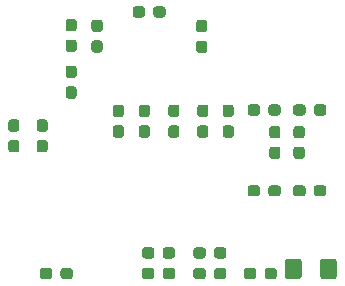
<source format=gbr>
G04 #@! TF.GenerationSoftware,KiCad,Pcbnew,5.1.6-c6e7f7d~86~ubuntu18.04.1*
G04 #@! TF.CreationDate,2020-05-23T21:04:01+02:00*
G04 #@! TF.ProjectId,sci2can,73636932-6361-46e2-9e6b-696361645f70,1.00*
G04 #@! TF.SameCoordinates,Original*
G04 #@! TF.FileFunction,Paste,Bot*
G04 #@! TF.FilePolarity,Positive*
%FSLAX46Y46*%
G04 Gerber Fmt 4.6, Leading zero omitted, Abs format (unit mm)*
G04 Created by KiCad (PCBNEW 5.1.6-c6e7f7d~86~ubuntu18.04.1) date 2020-05-23 21:04:01*
%MOMM*%
%LPD*%
G01*
G04 APERTURE LIST*
G04 APERTURE END LIST*
G36*
G01*
X210300000Y-156162500D02*
X210300000Y-156637500D01*
G75*
G02*
X210062500Y-156875000I-237500J0D01*
G01*
X209487500Y-156875000D01*
G75*
G02*
X209250000Y-156637500I0J237500D01*
G01*
X209250000Y-156162500D01*
G75*
G02*
X209487500Y-155925000I237500J0D01*
G01*
X210062500Y-155925000D01*
G75*
G02*
X210300000Y-156162500I0J-237500D01*
G01*
G37*
G36*
G01*
X212050000Y-156162500D02*
X212050000Y-156637500D01*
G75*
G02*
X211812500Y-156875000I-237500J0D01*
G01*
X211237500Y-156875000D01*
G75*
G02*
X211000000Y-156637500I0J237500D01*
G01*
X211000000Y-156162500D01*
G75*
G02*
X211237500Y-155925000I237500J0D01*
G01*
X211812500Y-155925000D01*
G75*
G02*
X212050000Y-156162500I0J-237500D01*
G01*
G37*
G36*
G01*
X224325000Y-156625000D02*
X224325000Y-155375000D01*
G75*
G02*
X224575000Y-155125000I250000J0D01*
G01*
X225500000Y-155125000D01*
G75*
G02*
X225750000Y-155375000I0J-250000D01*
G01*
X225750000Y-156625000D01*
G75*
G02*
X225500000Y-156875000I-250000J0D01*
G01*
X224575000Y-156875000D01*
G75*
G02*
X224325000Y-156625000I0J250000D01*
G01*
G37*
G36*
G01*
X221350000Y-156625000D02*
X221350000Y-155375000D01*
G75*
G02*
X221600000Y-155125000I250000J0D01*
G01*
X222525000Y-155125000D01*
G75*
G02*
X222775000Y-155375000I0J-250000D01*
G01*
X222775000Y-156625000D01*
G75*
G02*
X222525000Y-156875000I-250000J0D01*
G01*
X221600000Y-156875000D01*
G75*
G02*
X221350000Y-156625000I0J250000D01*
G01*
G37*
G36*
G01*
X209687500Y-143150000D02*
X209212500Y-143150000D01*
G75*
G02*
X208975000Y-142912500I0J237500D01*
G01*
X208975000Y-142337500D01*
G75*
G02*
X209212500Y-142100000I237500J0D01*
G01*
X209687500Y-142100000D01*
G75*
G02*
X209925000Y-142337500I0J-237500D01*
G01*
X209925000Y-142912500D01*
G75*
G02*
X209687500Y-143150000I-237500J0D01*
G01*
G37*
G36*
G01*
X209687500Y-144900000D02*
X209212500Y-144900000D01*
G75*
G02*
X208975000Y-144662500I0J237500D01*
G01*
X208975000Y-144087500D01*
G75*
G02*
X209212500Y-143850000I237500J0D01*
G01*
X209687500Y-143850000D01*
G75*
G02*
X209925000Y-144087500I0J-237500D01*
G01*
X209925000Y-144662500D01*
G75*
G02*
X209687500Y-144900000I-237500J0D01*
G01*
G37*
G36*
G01*
X214650000Y-154412500D02*
X214650000Y-154887500D01*
G75*
G02*
X214412500Y-155125000I-237500J0D01*
G01*
X213837500Y-155125000D01*
G75*
G02*
X213600000Y-154887500I0J237500D01*
G01*
X213600000Y-154412500D01*
G75*
G02*
X213837500Y-154175000I237500J0D01*
G01*
X214412500Y-154175000D01*
G75*
G02*
X214650000Y-154412500I0J-237500D01*
G01*
G37*
G36*
G01*
X216400000Y-154412500D02*
X216400000Y-154887500D01*
G75*
G02*
X216162500Y-155125000I-237500J0D01*
G01*
X215587500Y-155125000D01*
G75*
G02*
X215350000Y-154887500I0J237500D01*
G01*
X215350000Y-154412500D01*
G75*
G02*
X215587500Y-154175000I237500J0D01*
G01*
X216162500Y-154175000D01*
G75*
G02*
X216400000Y-154412500I0J-237500D01*
G01*
G37*
G36*
G01*
X210300000Y-154412500D02*
X210300000Y-154887500D01*
G75*
G02*
X210062500Y-155125000I-237500J0D01*
G01*
X209487500Y-155125000D01*
G75*
G02*
X209250000Y-154887500I0J237500D01*
G01*
X209250000Y-154412500D01*
G75*
G02*
X209487500Y-154175000I237500J0D01*
G01*
X210062500Y-154175000D01*
G75*
G02*
X210300000Y-154412500I0J-237500D01*
G01*
G37*
G36*
G01*
X212050000Y-154412500D02*
X212050000Y-154887500D01*
G75*
G02*
X211812500Y-155125000I-237500J0D01*
G01*
X211237500Y-155125000D01*
G75*
G02*
X211000000Y-154887500I0J237500D01*
G01*
X211000000Y-154412500D01*
G75*
G02*
X211237500Y-154175000I237500J0D01*
G01*
X211812500Y-154175000D01*
G75*
G02*
X212050000Y-154412500I0J-237500D01*
G01*
G37*
G36*
G01*
X198637500Y-146150000D02*
X198162500Y-146150000D01*
G75*
G02*
X197925000Y-145912500I0J237500D01*
G01*
X197925000Y-145337500D01*
G75*
G02*
X198162500Y-145100000I237500J0D01*
G01*
X198637500Y-145100000D01*
G75*
G02*
X198875000Y-145337500I0J-237500D01*
G01*
X198875000Y-145912500D01*
G75*
G02*
X198637500Y-146150000I-237500J0D01*
G01*
G37*
G36*
G01*
X198637500Y-144400000D02*
X198162500Y-144400000D01*
G75*
G02*
X197925000Y-144162500I0J237500D01*
G01*
X197925000Y-143587500D01*
G75*
G02*
X198162500Y-143350000I237500J0D01*
G01*
X198637500Y-143350000D01*
G75*
G02*
X198875000Y-143587500I0J-237500D01*
G01*
X198875000Y-144162500D01*
G75*
G02*
X198637500Y-144400000I-237500J0D01*
G01*
G37*
G36*
G01*
X214162500Y-143850000D02*
X214637500Y-143850000D01*
G75*
G02*
X214875000Y-144087500I0J-237500D01*
G01*
X214875000Y-144662500D01*
G75*
G02*
X214637500Y-144900000I-237500J0D01*
G01*
X214162500Y-144900000D01*
G75*
G02*
X213925000Y-144662500I0J237500D01*
G01*
X213925000Y-144087500D01*
G75*
G02*
X214162500Y-143850000I237500J0D01*
G01*
G37*
G36*
G01*
X214162500Y-142100000D02*
X214637500Y-142100000D01*
G75*
G02*
X214875000Y-142337500I0J-237500D01*
G01*
X214875000Y-142912500D01*
G75*
G02*
X214637500Y-143150000I-237500J0D01*
G01*
X214162500Y-143150000D01*
G75*
G02*
X213925000Y-142912500I0J237500D01*
G01*
X213925000Y-142337500D01*
G75*
G02*
X214162500Y-142100000I237500J0D01*
G01*
G37*
G36*
G01*
X216312500Y-143850000D02*
X216787500Y-143850000D01*
G75*
G02*
X217025000Y-144087500I0J-237500D01*
G01*
X217025000Y-144662500D01*
G75*
G02*
X216787500Y-144900000I-237500J0D01*
G01*
X216312500Y-144900000D01*
G75*
G02*
X216075000Y-144662500I0J237500D01*
G01*
X216075000Y-144087500D01*
G75*
G02*
X216312500Y-143850000I237500J0D01*
G01*
G37*
G36*
G01*
X216312500Y-142100000D02*
X216787500Y-142100000D01*
G75*
G02*
X217025000Y-142337500I0J-237500D01*
G01*
X217025000Y-142912500D01*
G75*
G02*
X216787500Y-143150000I-237500J0D01*
G01*
X216312500Y-143150000D01*
G75*
G02*
X216075000Y-142912500I0J237500D01*
G01*
X216075000Y-142337500D01*
G75*
G02*
X216312500Y-142100000I237500J0D01*
G01*
G37*
G36*
G01*
X214650000Y-156162500D02*
X214650000Y-156637500D01*
G75*
G02*
X214412500Y-156875000I-237500J0D01*
G01*
X213837500Y-156875000D01*
G75*
G02*
X213600000Y-156637500I0J237500D01*
G01*
X213600000Y-156162500D01*
G75*
G02*
X213837500Y-155925000I237500J0D01*
G01*
X214412500Y-155925000D01*
G75*
G02*
X214650000Y-156162500I0J-237500D01*
G01*
G37*
G36*
G01*
X216400000Y-156162500D02*
X216400000Y-156637500D01*
G75*
G02*
X216162500Y-156875000I-237500J0D01*
G01*
X215587500Y-156875000D01*
G75*
G02*
X215350000Y-156637500I0J237500D01*
G01*
X215350000Y-156162500D01*
G75*
G02*
X215587500Y-155925000I237500J0D01*
G01*
X216162500Y-155925000D01*
G75*
G02*
X216400000Y-156162500I0J-237500D01*
G01*
G37*
G36*
G01*
X200562500Y-145100000D02*
X201037500Y-145100000D01*
G75*
G02*
X201275000Y-145337500I0J-237500D01*
G01*
X201275000Y-145912500D01*
G75*
G02*
X201037500Y-146150000I-237500J0D01*
G01*
X200562500Y-146150000D01*
G75*
G02*
X200325000Y-145912500I0J237500D01*
G01*
X200325000Y-145337500D01*
G75*
G02*
X200562500Y-145100000I237500J0D01*
G01*
G37*
G36*
G01*
X200562500Y-143350000D02*
X201037500Y-143350000D01*
G75*
G02*
X201275000Y-143587500I0J-237500D01*
G01*
X201275000Y-144162500D01*
G75*
G02*
X201037500Y-144400000I-237500J0D01*
G01*
X200562500Y-144400000D01*
G75*
G02*
X200325000Y-144162500I0J237500D01*
G01*
X200325000Y-143587500D01*
G75*
G02*
X200562500Y-143350000I237500J0D01*
G01*
G37*
G36*
G01*
X201650000Y-156162500D02*
X201650000Y-156637500D01*
G75*
G02*
X201412500Y-156875000I-237500J0D01*
G01*
X200837500Y-156875000D01*
G75*
G02*
X200600000Y-156637500I0J237500D01*
G01*
X200600000Y-156162500D01*
G75*
G02*
X200837500Y-155925000I237500J0D01*
G01*
X201412500Y-155925000D01*
G75*
G02*
X201650000Y-156162500I0J-237500D01*
G01*
G37*
G36*
G01*
X203400000Y-156162500D02*
X203400000Y-156637500D01*
G75*
G02*
X203162500Y-156875000I-237500J0D01*
G01*
X202587500Y-156875000D01*
G75*
G02*
X202350000Y-156637500I0J237500D01*
G01*
X202350000Y-156162500D01*
G75*
G02*
X202587500Y-155925000I237500J0D01*
G01*
X203162500Y-155925000D01*
G75*
G02*
X203400000Y-156162500I0J-237500D01*
G01*
G37*
G36*
G01*
X209500000Y-134012500D02*
X209500000Y-134487500D01*
G75*
G02*
X209262500Y-134725000I-237500J0D01*
G01*
X208687500Y-134725000D01*
G75*
G02*
X208450000Y-134487500I0J237500D01*
G01*
X208450000Y-134012500D01*
G75*
G02*
X208687500Y-133775000I237500J0D01*
G01*
X209262500Y-133775000D01*
G75*
G02*
X209500000Y-134012500I0J-237500D01*
G01*
G37*
G36*
G01*
X211250000Y-134012500D02*
X211250000Y-134487500D01*
G75*
G02*
X211012500Y-134725000I-237500J0D01*
G01*
X210437500Y-134725000D01*
G75*
G02*
X210200000Y-134487500I0J237500D01*
G01*
X210200000Y-134012500D01*
G75*
G02*
X210437500Y-133775000I237500J0D01*
G01*
X211012500Y-133775000D01*
G75*
G02*
X211250000Y-134012500I0J-237500D01*
G01*
G37*
G36*
G01*
X218925000Y-156162500D02*
X218925000Y-156637500D01*
G75*
G02*
X218687500Y-156875000I-237500J0D01*
G01*
X218112500Y-156875000D01*
G75*
G02*
X217875000Y-156637500I0J237500D01*
G01*
X217875000Y-156162500D01*
G75*
G02*
X218112500Y-155925000I237500J0D01*
G01*
X218687500Y-155925000D01*
G75*
G02*
X218925000Y-156162500I0J-237500D01*
G01*
G37*
G36*
G01*
X220675000Y-156162500D02*
X220675000Y-156637500D01*
G75*
G02*
X220437500Y-156875000I-237500J0D01*
G01*
X219862500Y-156875000D01*
G75*
G02*
X219625000Y-156637500I0J237500D01*
G01*
X219625000Y-156162500D01*
G75*
G02*
X219862500Y-155925000I237500J0D01*
G01*
X220437500Y-155925000D01*
G75*
G02*
X220675000Y-156162500I0J-237500D01*
G01*
G37*
G36*
G01*
X223100000Y-142312500D02*
X223100000Y-142787500D01*
G75*
G02*
X222862500Y-143025000I-237500J0D01*
G01*
X222287500Y-143025000D01*
G75*
G02*
X222050000Y-142787500I0J237500D01*
G01*
X222050000Y-142312500D01*
G75*
G02*
X222287500Y-142075000I237500J0D01*
G01*
X222862500Y-142075000D01*
G75*
G02*
X223100000Y-142312500I0J-237500D01*
G01*
G37*
G36*
G01*
X224850000Y-142312500D02*
X224850000Y-142787500D01*
G75*
G02*
X224612500Y-143025000I-237500J0D01*
G01*
X224037500Y-143025000D01*
G75*
G02*
X223800000Y-142787500I0J237500D01*
G01*
X223800000Y-142312500D01*
G75*
G02*
X224037500Y-142075000I237500J0D01*
G01*
X224612500Y-142075000D01*
G75*
G02*
X224850000Y-142312500I0J-237500D01*
G01*
G37*
G36*
G01*
X219950000Y-142787500D02*
X219950000Y-142312500D01*
G75*
G02*
X220187500Y-142075000I237500J0D01*
G01*
X220762500Y-142075000D01*
G75*
G02*
X221000000Y-142312500I0J-237500D01*
G01*
X221000000Y-142787500D01*
G75*
G02*
X220762500Y-143025000I-237500J0D01*
G01*
X220187500Y-143025000D01*
G75*
G02*
X219950000Y-142787500I0J237500D01*
G01*
G37*
G36*
G01*
X218200000Y-142787500D02*
X218200000Y-142312500D01*
G75*
G02*
X218437500Y-142075000I237500J0D01*
G01*
X219012500Y-142075000D01*
G75*
G02*
X219250000Y-142312500I0J-237500D01*
G01*
X219250000Y-142787500D01*
G75*
G02*
X219012500Y-143025000I-237500J0D01*
G01*
X218437500Y-143025000D01*
G75*
G02*
X218200000Y-142787500I0J237500D01*
G01*
G37*
G36*
G01*
X203487500Y-139850000D02*
X203012500Y-139850000D01*
G75*
G02*
X202775000Y-139612500I0J237500D01*
G01*
X202775000Y-139037500D01*
G75*
G02*
X203012500Y-138800000I237500J0D01*
G01*
X203487500Y-138800000D01*
G75*
G02*
X203725000Y-139037500I0J-237500D01*
G01*
X203725000Y-139612500D01*
G75*
G02*
X203487500Y-139850000I-237500J0D01*
G01*
G37*
G36*
G01*
X203487500Y-141600000D02*
X203012500Y-141600000D01*
G75*
G02*
X202775000Y-141362500I0J237500D01*
G01*
X202775000Y-140787500D01*
G75*
G02*
X203012500Y-140550000I237500J0D01*
G01*
X203487500Y-140550000D01*
G75*
G02*
X203725000Y-140787500I0J-237500D01*
G01*
X203725000Y-141362500D01*
G75*
G02*
X203487500Y-141600000I-237500J0D01*
G01*
G37*
G36*
G01*
X207012500Y-143850000D02*
X207487500Y-143850000D01*
G75*
G02*
X207725000Y-144087500I0J-237500D01*
G01*
X207725000Y-144662500D01*
G75*
G02*
X207487500Y-144900000I-237500J0D01*
G01*
X207012500Y-144900000D01*
G75*
G02*
X206775000Y-144662500I0J237500D01*
G01*
X206775000Y-144087500D01*
G75*
G02*
X207012500Y-143850000I237500J0D01*
G01*
G37*
G36*
G01*
X207012500Y-142100000D02*
X207487500Y-142100000D01*
G75*
G02*
X207725000Y-142337500I0J-237500D01*
G01*
X207725000Y-142912500D01*
G75*
G02*
X207487500Y-143150000I-237500J0D01*
G01*
X207012500Y-143150000D01*
G75*
G02*
X206775000Y-142912500I0J237500D01*
G01*
X206775000Y-142337500D01*
G75*
G02*
X207012500Y-142100000I237500J0D01*
G01*
G37*
G36*
G01*
X222787500Y-144950000D02*
X222312500Y-144950000D01*
G75*
G02*
X222075000Y-144712500I0J237500D01*
G01*
X222075000Y-144137500D01*
G75*
G02*
X222312500Y-143900000I237500J0D01*
G01*
X222787500Y-143900000D01*
G75*
G02*
X223025000Y-144137500I0J-237500D01*
G01*
X223025000Y-144712500D01*
G75*
G02*
X222787500Y-144950000I-237500J0D01*
G01*
G37*
G36*
G01*
X222787500Y-146700000D02*
X222312500Y-146700000D01*
G75*
G02*
X222075000Y-146462500I0J237500D01*
G01*
X222075000Y-145887500D01*
G75*
G02*
X222312500Y-145650000I237500J0D01*
G01*
X222787500Y-145650000D01*
G75*
G02*
X223025000Y-145887500I0J-237500D01*
G01*
X223025000Y-146462500D01*
G75*
G02*
X222787500Y-146700000I-237500J0D01*
G01*
G37*
G36*
G01*
X220737500Y-144950000D02*
X220262500Y-144950000D01*
G75*
G02*
X220025000Y-144712500I0J237500D01*
G01*
X220025000Y-144137500D01*
G75*
G02*
X220262500Y-143900000I237500J0D01*
G01*
X220737500Y-143900000D01*
G75*
G02*
X220975000Y-144137500I0J-237500D01*
G01*
X220975000Y-144712500D01*
G75*
G02*
X220737500Y-144950000I-237500J0D01*
G01*
G37*
G36*
G01*
X220737500Y-146700000D02*
X220262500Y-146700000D01*
G75*
G02*
X220025000Y-146462500I0J237500D01*
G01*
X220025000Y-145887500D01*
G75*
G02*
X220262500Y-145650000I237500J0D01*
G01*
X220737500Y-145650000D01*
G75*
G02*
X220975000Y-145887500I0J-237500D01*
G01*
X220975000Y-146462500D01*
G75*
G02*
X220737500Y-146700000I-237500J0D01*
G01*
G37*
G36*
G01*
X205212500Y-136650000D02*
X205687500Y-136650000D01*
G75*
G02*
X205925000Y-136887500I0J-237500D01*
G01*
X205925000Y-137462500D01*
G75*
G02*
X205687500Y-137700000I-237500J0D01*
G01*
X205212500Y-137700000D01*
G75*
G02*
X204975000Y-137462500I0J237500D01*
G01*
X204975000Y-136887500D01*
G75*
G02*
X205212500Y-136650000I237500J0D01*
G01*
G37*
G36*
G01*
X205212500Y-134900000D02*
X205687500Y-134900000D01*
G75*
G02*
X205925000Y-135137500I0J-237500D01*
G01*
X205925000Y-135712500D01*
G75*
G02*
X205687500Y-135950000I-237500J0D01*
G01*
X205212500Y-135950000D01*
G75*
G02*
X204975000Y-135712500I0J237500D01*
G01*
X204975000Y-135137500D01*
G75*
G02*
X205212500Y-134900000I237500J0D01*
G01*
G37*
G36*
G01*
X214062500Y-136675000D02*
X214537500Y-136675000D01*
G75*
G02*
X214775000Y-136912500I0J-237500D01*
G01*
X214775000Y-137487500D01*
G75*
G02*
X214537500Y-137725000I-237500J0D01*
G01*
X214062500Y-137725000D01*
G75*
G02*
X213825000Y-137487500I0J237500D01*
G01*
X213825000Y-136912500D01*
G75*
G02*
X214062500Y-136675000I237500J0D01*
G01*
G37*
G36*
G01*
X214062500Y-134925000D02*
X214537500Y-134925000D01*
G75*
G02*
X214775000Y-135162500I0J-237500D01*
G01*
X214775000Y-135737500D01*
G75*
G02*
X214537500Y-135975000I-237500J0D01*
G01*
X214062500Y-135975000D01*
G75*
G02*
X213825000Y-135737500I0J237500D01*
G01*
X213825000Y-135162500D01*
G75*
G02*
X214062500Y-134925000I237500J0D01*
G01*
G37*
G36*
G01*
X203487500Y-135900000D02*
X203012500Y-135900000D01*
G75*
G02*
X202775000Y-135662500I0J237500D01*
G01*
X202775000Y-135087500D01*
G75*
G02*
X203012500Y-134850000I237500J0D01*
G01*
X203487500Y-134850000D01*
G75*
G02*
X203725000Y-135087500I0J-237500D01*
G01*
X203725000Y-135662500D01*
G75*
G02*
X203487500Y-135900000I-237500J0D01*
G01*
G37*
G36*
G01*
X203487500Y-137650000D02*
X203012500Y-137650000D01*
G75*
G02*
X202775000Y-137412500I0J237500D01*
G01*
X202775000Y-136837500D01*
G75*
G02*
X203012500Y-136600000I237500J0D01*
G01*
X203487500Y-136600000D01*
G75*
G02*
X203725000Y-136837500I0J-237500D01*
G01*
X203725000Y-137412500D01*
G75*
G02*
X203487500Y-137650000I-237500J0D01*
G01*
G37*
G36*
G01*
X223100000Y-149162500D02*
X223100000Y-149637500D01*
G75*
G02*
X222862500Y-149875000I-237500J0D01*
G01*
X222287500Y-149875000D01*
G75*
G02*
X222050000Y-149637500I0J237500D01*
G01*
X222050000Y-149162500D01*
G75*
G02*
X222287500Y-148925000I237500J0D01*
G01*
X222862500Y-148925000D01*
G75*
G02*
X223100000Y-149162500I0J-237500D01*
G01*
G37*
G36*
G01*
X224850000Y-149162500D02*
X224850000Y-149637500D01*
G75*
G02*
X224612500Y-149875000I-237500J0D01*
G01*
X224037500Y-149875000D01*
G75*
G02*
X223800000Y-149637500I0J237500D01*
G01*
X223800000Y-149162500D01*
G75*
G02*
X224037500Y-148925000I237500J0D01*
G01*
X224612500Y-148925000D01*
G75*
G02*
X224850000Y-149162500I0J-237500D01*
G01*
G37*
G36*
G01*
X211712500Y-143850000D02*
X212187500Y-143850000D01*
G75*
G02*
X212425000Y-144087500I0J-237500D01*
G01*
X212425000Y-144662500D01*
G75*
G02*
X212187500Y-144900000I-237500J0D01*
G01*
X211712500Y-144900000D01*
G75*
G02*
X211475000Y-144662500I0J237500D01*
G01*
X211475000Y-144087500D01*
G75*
G02*
X211712500Y-143850000I237500J0D01*
G01*
G37*
G36*
G01*
X211712500Y-142100000D02*
X212187500Y-142100000D01*
G75*
G02*
X212425000Y-142337500I0J-237500D01*
G01*
X212425000Y-142912500D01*
G75*
G02*
X212187500Y-143150000I-237500J0D01*
G01*
X211712500Y-143150000D01*
G75*
G02*
X211475000Y-142912500I0J237500D01*
G01*
X211475000Y-142337500D01*
G75*
G02*
X211712500Y-142100000I237500J0D01*
G01*
G37*
G36*
G01*
X219950000Y-149637500D02*
X219950000Y-149162500D01*
G75*
G02*
X220187500Y-148925000I237500J0D01*
G01*
X220762500Y-148925000D01*
G75*
G02*
X221000000Y-149162500I0J-237500D01*
G01*
X221000000Y-149637500D01*
G75*
G02*
X220762500Y-149875000I-237500J0D01*
G01*
X220187500Y-149875000D01*
G75*
G02*
X219950000Y-149637500I0J237500D01*
G01*
G37*
G36*
G01*
X218200000Y-149637500D02*
X218200000Y-149162500D01*
G75*
G02*
X218437500Y-148925000I237500J0D01*
G01*
X219012500Y-148925000D01*
G75*
G02*
X219250000Y-149162500I0J-237500D01*
G01*
X219250000Y-149637500D01*
G75*
G02*
X219012500Y-149875000I-237500J0D01*
G01*
X218437500Y-149875000D01*
G75*
G02*
X218200000Y-149637500I0J237500D01*
G01*
G37*
M02*

</source>
